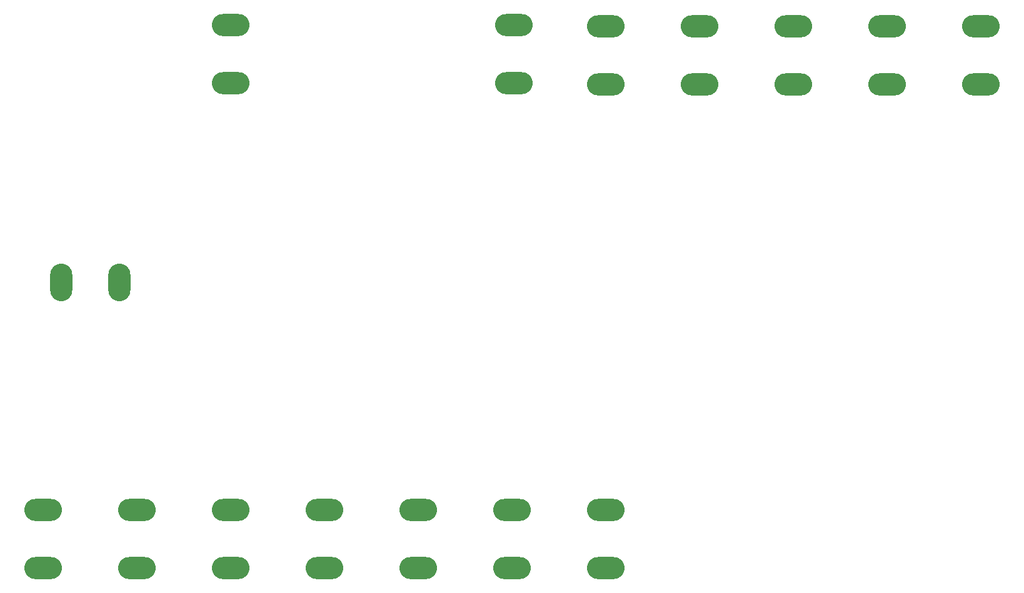
<source format=gbr>
%TF.GenerationSoftware,KiCad,Pcbnew,7.0.7*%
%TF.CreationDate,2024-03-26T21:52:30-05:00*%
%TF.ProjectId,PMS,504d532e-6b69-4636-9164-5f7063625858,rev?*%
%TF.SameCoordinates,Original*%
%TF.FileFunction,Paste,Bot*%
%TF.FilePolarity,Positive*%
%FSLAX46Y46*%
G04 Gerber Fmt 4.6, Leading zero omitted, Abs format (unit mm)*
G04 Created by KiCad (PCBNEW 7.0.7) date 2024-03-26 21:52:30*
%MOMM*%
%LPD*%
G01*
G04 APERTURE LIST*
%ADD10O,5.100000X3.000000*%
%ADD11O,3.000000X5.100000*%
G04 APERTURE END LIST*
D10*
%TO.C,Conn9*%
X147205700Y-111555500D03*
X147205700Y-103681500D03*
%TD*%
%TO.C,Conn1*%
X159626300Y-169368500D03*
X159626300Y-177242500D03*
%TD*%
%TO.C,Conn2*%
X146926300Y-169368500D03*
X146926300Y-177242500D03*
%TD*%
%TO.C,Conn13*%
X185051700Y-111714000D03*
X185051700Y-103840000D03*
%TD*%
%TO.C,Conn4*%
X121526300Y-169368500D03*
X121526300Y-177242500D03*
%TD*%
%TO.C,Conn12*%
X172351700Y-111714000D03*
X172351700Y-103840000D03*
%TD*%
%TO.C,Conn6*%
X83426300Y-169368500D03*
X83426300Y-177242500D03*
%TD*%
%TO.C,Conn15*%
X210451700Y-111714000D03*
X210451700Y-103840000D03*
%TD*%
%TO.C,Conn5*%
X108826300Y-169368500D03*
X108826300Y-177242500D03*
%TD*%
D11*
%TO.C,Conn8*%
X93775500Y-138544300D03*
X85901500Y-138544300D03*
%TD*%
D10*
%TO.C,Conn3*%
X134226300Y-169368500D03*
X134226300Y-177242500D03*
%TD*%
%TO.C,Conn7*%
X96126300Y-169368500D03*
X96126300Y-177242500D03*
%TD*%
%TO.C,Conn14*%
X197751700Y-111714000D03*
X197751700Y-103840000D03*
%TD*%
%TO.C,Conn11*%
X159651700Y-111714000D03*
X159651700Y-103840000D03*
%TD*%
%TO.C,Conn10*%
X108851700Y-111555500D03*
X108851700Y-103681500D03*
%TD*%
M02*

</source>
